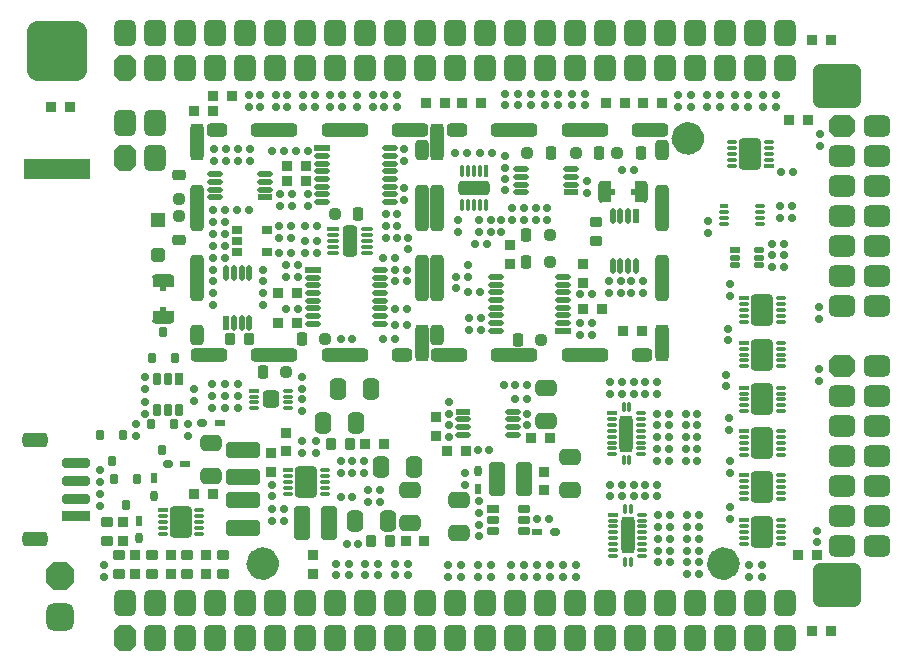
<source format=gbr>
%TF.GenerationSoftware,Altium Limited,Altium Designer,21.1.0 (24)*%
G04 Layer_Color=8388736*
%FSLAX45Y45*%
%MOMM*%
%TF.SameCoordinates,396C0E3A-29EE-4C6C-8395-06145A698007*%
%TF.FilePolarity,Negative*%
%TF.FileFunction,Soldermask,Top*%
%TF.Part,Single*%
G01*
G75*
%TA.AperFunction,NonConductor*%
%ADD117R,5.70000X1.80000*%
%TA.AperFunction,ComponentPad*%
G04:AMPARAMS|DCode=118|XSize=1.83mm|YSize=2.23mm|CornerRadius=0mm|HoleSize=0mm|Usage=FLASHONLY|Rotation=0.000|XOffset=0mm|YOffset=0mm|HoleType=Round|Shape=Octagon|*
%AMOCTAGOND118*
4,1,8,-0.45750,1.11500,0.45750,1.11500,0.91500,0.65750,0.91500,-0.65750,0.45750,-1.11500,-0.45750,-1.11500,-0.91500,-0.65750,-0.91500,0.65750,-0.45750,1.11500,0.0*
%
%ADD118OCTAGOND118*%

G04:AMPARAMS|DCode=119|XSize=1.83mm|YSize=2.23mm|CornerRadius=0.49mm|HoleSize=0mm|Usage=FLASHONLY|Rotation=0.000|XOffset=0mm|YOffset=0mm|HoleType=Round|Shape=RoundedRectangle|*
%AMROUNDEDRECTD119*
21,1,1.83000,1.25001,0,0,0.0*
21,1,0.85000,2.23000,0,0,0.0*
1,1,0.98000,0.42500,-0.62500*
1,1,0.98000,-0.42500,-0.62500*
1,1,0.98000,-0.42500,0.62500*
1,1,0.98000,0.42500,0.62500*
%
%ADD119ROUNDEDRECTD119*%
G04:AMPARAMS|DCode=120|XSize=1.83mm|YSize=2.23mm|CornerRadius=0.49mm|HoleSize=0mm|Usage=FLASHONLY|Rotation=270.000|XOffset=0mm|YOffset=0mm|HoleType=Round|Shape=RoundedRectangle|*
%AMROUNDEDRECTD120*
21,1,1.83000,1.25001,0,0,270.0*
21,1,0.85000,2.23000,0,0,270.0*
1,1,0.98000,-0.62500,-0.42500*
1,1,0.98000,-0.62500,0.42500*
1,1,0.98000,0.62500,0.42500*
1,1,0.98000,0.62500,-0.42500*
%
%ADD120ROUNDEDRECTD120*%
G04:AMPARAMS|DCode=121|XSize=1.83mm|YSize=2.23mm|CornerRadius=0mm|HoleSize=0mm|Usage=FLASHONLY|Rotation=270.000|XOffset=0mm|YOffset=0mm|HoleType=Round|Shape=Octagon|*
%AMOCTAGOND121*
4,1,8,1.11500,0.45750,1.11500,-0.45750,0.65750,-0.91500,-0.65750,-0.91500,-1.11500,-0.45750,-1.11500,0.45750,-0.65750,0.91500,0.65750,0.91500,1.11500,0.45750,0.0*
%
%ADD121OCTAGOND121*%

G04:AMPARAMS|DCode=122|XSize=4.13mm|YSize=3.73mm|CornerRadius=0.605mm|HoleSize=0mm|Usage=FLASHONLY|Rotation=0.000|XOffset=0mm|YOffset=0mm|HoleType=Round|Shape=RoundedRectangle|*
%AMROUNDEDRECTD122*
21,1,4.13000,2.52000,0,0,0.0*
21,1,2.92000,3.73000,0,0,0.0*
1,1,1.21000,1.46000,-1.26000*
1,1,1.21000,-1.46000,-1.26000*
1,1,1.21000,-1.46000,1.26000*
1,1,1.21000,1.46000,1.26000*
%
%ADD122ROUNDEDRECTD122*%
G04:AMPARAMS|DCode=123|XSize=5.13mm|YSize=5.13mm|CornerRadius=1.065mm|HoleSize=0mm|Usage=FLASHONLY|Rotation=0.000|XOffset=0mm|YOffset=0mm|HoleType=Round|Shape=RoundedRectangle|*
%AMROUNDEDRECTD123*
21,1,5.13000,3.00000,0,0,0.0*
21,1,3.00000,5.13000,0,0,0.0*
1,1,2.13000,1.50000,-1.50000*
1,1,2.13000,-1.50000,-1.50000*
1,1,2.13000,-1.50000,1.50000*
1,1,2.13000,1.50000,1.50000*
%
%ADD123ROUNDEDRECTD123*%
G04:AMPARAMS|DCode=124|XSize=2.33mm|YSize=2.33mm|CornerRadius=0mm|HoleSize=0mm|Usage=FLASHONLY|Rotation=270.000|XOffset=0mm|YOffset=0mm|HoleType=Round|Shape=Octagon|*
%AMOCTAGOND124*
4,1,8,-0.58250,-1.16500,0.58250,-1.16500,1.16500,-0.58250,1.16500,0.58250,0.58250,1.16500,-0.58250,1.16500,-1.16500,0.58250,-1.16500,-0.58250,-0.58250,-1.16500,0.0*
%
%ADD124OCTAGOND124*%

G04:AMPARAMS|DCode=125|XSize=2.33mm|YSize=2.33mm|CornerRadius=0.615mm|HoleSize=0mm|Usage=FLASHONLY|Rotation=270.000|XOffset=0mm|YOffset=0mm|HoleType=Round|Shape=RoundedRectangle|*
%AMROUNDEDRECTD125*
21,1,2.33000,1.10000,0,0,270.0*
21,1,1.10000,2.33000,0,0,270.0*
1,1,1.23001,-0.55000,-0.55000*
1,1,1.23001,-0.55000,0.55000*
1,1,1.23001,0.55000,0.55000*
1,1,1.23001,0.55000,-0.55000*
%
%ADD125ROUNDEDRECTD125*%
%TA.AperFunction,NonConductor*%
%ADD167C,2.20000*%
%TA.AperFunction,SMDPad,CuDef*%
G04:AMPARAMS|DCode=168|XSize=3.13mm|YSize=1.13mm|CornerRadius=0.315mm|HoleSize=0mm|Usage=FLASHONLY|Rotation=0.000|XOffset=0mm|YOffset=0mm|HoleType=Round|Shape=RoundedRectangle|*
%AMROUNDEDRECTD168*
21,1,3.13000,0.50000,0,0,0.0*
21,1,2.50000,1.13000,0,0,0.0*
1,1,0.63000,1.25000,-0.25000*
1,1,0.63000,-1.25000,-0.25000*
1,1,0.63000,-1.25000,0.25000*
1,1,0.63000,1.25000,0.25000*
%
%ADD168ROUNDEDRECTD168*%
G04:AMPARAMS|DCode=169|XSize=1.73mm|YSize=1.13mm|CornerRadius=0.315mm|HoleSize=0mm|Usage=FLASHONLY|Rotation=90.000|XOffset=0mm|YOffset=0mm|HoleType=Round|Shape=RoundedRectangle|*
%AMROUNDEDRECTD169*
21,1,1.73000,0.50000,0,0,90.0*
21,1,1.10000,1.13000,0,0,90.0*
1,1,0.63000,0.25000,0.55000*
1,1,0.63000,0.25000,-0.55000*
1,1,0.63000,-0.25000,-0.55000*
1,1,0.63000,-0.25000,0.55000*
%
%ADD169ROUNDEDRECTD169*%
G04:AMPARAMS|DCode=170|XSize=3.93mm|YSize=1.13mm|CornerRadius=0.315mm|HoleSize=0mm|Usage=FLASHONLY|Rotation=270.000|XOffset=0mm|YOffset=0mm|HoleType=Round|Shape=RoundedRectangle|*
%AMROUNDEDRECTD170*
21,1,3.93000,0.50000,0,0,270.0*
21,1,3.30000,1.13000,0,0,270.0*
1,1,0.63000,-0.25000,-1.65000*
1,1,0.63000,-0.25000,1.65000*
1,1,0.63000,0.25000,1.65000*
1,1,0.63000,0.25000,-1.65000*
%
%ADD170ROUNDEDRECTD170*%
G04:AMPARAMS|DCode=171|XSize=3.93mm|YSize=1.13mm|CornerRadius=0.315mm|HoleSize=0mm|Usage=FLASHONLY|Rotation=0.000|XOffset=0mm|YOffset=0mm|HoleType=Round|Shape=RoundedRectangle|*
%AMROUNDEDRECTD171*
21,1,3.93000,0.50000,0,0,0.0*
21,1,3.30000,1.13000,0,0,0.0*
1,1,0.63000,1.65000,-0.25000*
1,1,0.63000,-1.65000,-0.25000*
1,1,0.63000,-1.65000,0.25000*
1,1,0.63000,1.65000,0.25000*
%
%ADD171ROUNDEDRECTD171*%
G04:AMPARAMS|DCode=172|XSize=3.13mm|YSize=1.13mm|CornerRadius=0.315mm|HoleSize=0mm|Usage=FLASHONLY|Rotation=270.000|XOffset=0mm|YOffset=0mm|HoleType=Round|Shape=RoundedRectangle|*
%AMROUNDEDRECTD172*
21,1,3.13000,0.50000,0,0,270.0*
21,1,2.50000,1.13000,0,0,270.0*
1,1,0.63000,-0.25000,-1.25000*
1,1,0.63000,-0.25000,1.25000*
1,1,0.63000,0.25000,1.25000*
1,1,0.63000,0.25000,-1.25000*
%
%ADD172ROUNDEDRECTD172*%
G04:AMPARAMS|DCode=173|XSize=1.73mm|YSize=1.13mm|CornerRadius=0.315mm|HoleSize=0mm|Usage=FLASHONLY|Rotation=0.000|XOffset=0mm|YOffset=0mm|HoleType=Round|Shape=RoundedRectangle|*
%AMROUNDEDRECTD173*
21,1,1.73000,0.50000,0,0,0.0*
21,1,1.10000,1.13000,0,0,0.0*
1,1,0.63000,0.55000,-0.25000*
1,1,0.63000,-0.55000,-0.25000*
1,1,0.63000,-0.55000,0.25000*
1,1,0.63000,0.55000,0.25000*
%
%ADD173ROUNDEDRECTD173*%
%ADD174R,0.54000X1.00000*%
%ADD175O,1.83000X0.43000*%
%ADD176R,1.00000X0.54000*%
%ADD177O,0.43000X1.83000*%
G04:AMPARAMS|DCode=178|XSize=0.68mm|YSize=1.03mm|CornerRadius=0.2025mm|HoleSize=0mm|Usage=FLASHONLY|Rotation=90.000|XOffset=0mm|YOffset=0mm|HoleType=Round|Shape=RoundedRectangle|*
%AMROUNDEDRECTD178*
21,1,0.68000,0.62500,0,0,90.0*
21,1,0.27500,1.03000,0,0,90.0*
1,1,0.40500,0.31250,0.13750*
1,1,0.40500,0.31250,-0.13750*
1,1,0.40500,-0.31250,-0.13750*
1,1,0.40500,-0.31250,0.13750*
%
%ADD178ROUNDEDRECTD178*%
%ADD179R,1.03000X0.68000*%
%ADD180R,1.28000X0.51000*%
G04:AMPARAMS|DCode=181|XSize=0.51mm|YSize=1.28mm|CornerRadius=0.16mm|HoleSize=0mm|Usage=FLASHONLY|Rotation=90.000|XOffset=0mm|YOffset=0mm|HoleType=Round|Shape=RoundedRectangle|*
%AMROUNDEDRECTD181*
21,1,0.51000,0.96000,0,0,90.0*
21,1,0.19000,1.28000,0,0,90.0*
1,1,0.32000,0.48000,0.09500*
1,1,0.32000,0.48000,-0.09500*
1,1,0.32000,-0.48000,-0.09500*
1,1,0.32000,-0.48000,0.09500*
%
%ADD181ROUNDEDRECTD181*%
%ADD182R,1.33000X0.51000*%
G04:AMPARAMS|DCode=183|XSize=0.51mm|YSize=1.33mm|CornerRadius=0.16mm|HoleSize=0mm|Usage=FLASHONLY|Rotation=90.000|XOffset=0mm|YOffset=0mm|HoleType=Round|Shape=RoundedRectangle|*
%AMROUNDEDRECTD183*
21,1,0.51000,1.01000,0,0,90.0*
21,1,0.19000,1.33000,0,0,90.0*
1,1,0.32000,0.50500,0.09500*
1,1,0.32000,0.50500,-0.09500*
1,1,0.32000,-0.50500,-0.09500*
1,1,0.32000,-0.50500,0.09500*
%
%ADD183ROUNDEDRECTD183*%
%ADD184R,0.83000X0.38000*%
G04:AMPARAMS|DCode=185|XSize=0.38mm|YSize=0.83mm|CornerRadius=0.1275mm|HoleSize=0mm|Usage=FLASHONLY|Rotation=90.000|XOffset=0mm|YOffset=0mm|HoleType=Round|Shape=RoundedRectangle|*
%AMROUNDEDRECTD185*
21,1,0.38000,0.57500,0,0,90.0*
21,1,0.12500,0.83000,0,0,90.0*
1,1,0.25500,0.28750,0.06250*
1,1,0.25500,0.28750,-0.06250*
1,1,0.25500,-0.28750,-0.06250*
1,1,0.25500,-0.28750,0.06250*
%
%ADD185ROUNDEDRECTD185*%
G04:AMPARAMS|DCode=186|XSize=1.53mm|YSize=1.43mm|CornerRadius=0.39mm|HoleSize=0mm|Usage=FLASHONLY|Rotation=90.000|XOffset=0mm|YOffset=0mm|HoleType=Round|Shape=RoundedRectangle|*
%AMROUNDEDRECTD186*
21,1,1.53000,0.65000,0,0,90.0*
21,1,0.75000,1.43000,0,0,90.0*
1,1,0.78000,0.32500,0.37500*
1,1,0.78000,0.32500,-0.37500*
1,1,0.78000,-0.32500,-0.37500*
1,1,0.78000,-0.32500,0.37500*
%
%ADD186ROUNDEDRECTD186*%
G04:AMPARAMS|DCode=187|XSize=2.68mm|YSize=1.23mm|CornerRadius=0.34mm|HoleSize=0mm|Usage=FLASHONLY|Rotation=90.000|XOffset=0mm|YOffset=0mm|HoleType=Round|Shape=RoundedRectangle|*
%AMROUNDEDRECTD187*
21,1,2.68000,0.55000,0,0,90.0*
21,1,2.00000,1.23000,0,0,90.0*
1,1,0.68000,0.27500,1.00000*
1,1,0.68000,0.27500,-1.00000*
1,1,0.68000,-0.27500,-1.00000*
1,1,0.68000,-0.27500,1.00000*
%
%ADD187ROUNDEDRECTD187*%
G04:AMPARAMS|DCode=188|XSize=0.38mm|YSize=0.98mm|CornerRadius=0.1275mm|HoleSize=0mm|Usage=FLASHONLY|Rotation=90.000|XOffset=0mm|YOffset=0mm|HoleType=Round|Shape=RoundedRectangle|*
%AMROUNDEDRECTD188*
21,1,0.38000,0.72500,0,0,90.0*
21,1,0.12500,0.98000,0,0,90.0*
1,1,0.25500,0.36250,0.06250*
1,1,0.25500,0.36250,-0.06250*
1,1,0.25500,-0.36250,-0.06250*
1,1,0.25500,-0.36250,0.06250*
%
%ADD188ROUNDEDRECTD188*%
%ADD189R,0.98000X0.38000*%
G04:AMPARAMS|DCode=190|XSize=0.68mm|YSize=1.03mm|CornerRadius=0.2025mm|HoleSize=0mm|Usage=FLASHONLY|Rotation=0.000|XOffset=0mm|YOffset=0mm|HoleType=Round|Shape=RoundedRectangle|*
%AMROUNDEDRECTD190*
21,1,0.68000,0.62500,0,0,0.0*
21,1,0.27500,1.03000,0,0,0.0*
1,1,0.40500,0.13750,-0.31250*
1,1,0.40500,-0.13750,-0.31250*
1,1,0.40500,-0.13750,0.31250*
1,1,0.40500,0.13750,0.31250*
%
%ADD190ROUNDEDRECTD190*%
%ADD191R,0.68000X1.03000*%
%ADD192R,0.93000X0.73000*%
G04:AMPARAMS|DCode=193|XSize=0.73mm|YSize=0.93mm|CornerRadius=0.215mm|HoleSize=0mm|Usage=FLASHONLY|Rotation=90.000|XOffset=0mm|YOffset=0mm|HoleType=Round|Shape=RoundedRectangle|*
%AMROUNDEDRECTD193*
21,1,0.73000,0.50000,0,0,90.0*
21,1,0.30000,0.93000,0,0,90.0*
1,1,0.43000,0.25000,0.15000*
1,1,0.43000,0.25000,-0.15000*
1,1,0.43000,-0.25000,-0.15000*
1,1,0.43000,-0.25000,0.15000*
%
%ADD193ROUNDEDRECTD193*%
%ADD194R,0.51000X1.28000*%
G04:AMPARAMS|DCode=195|XSize=0.51mm|YSize=1.28mm|CornerRadius=0.16mm|HoleSize=0mm|Usage=FLASHONLY|Rotation=180.000|XOffset=0mm|YOffset=0mm|HoleType=Round|Shape=RoundedRectangle|*
%AMROUNDEDRECTD195*
21,1,0.51000,0.96000,0,0,180.0*
21,1,0.19000,1.28000,0,0,180.0*
1,1,0.32000,-0.09500,0.48000*
1,1,0.32000,0.09500,0.48000*
1,1,0.32000,0.09500,-0.48000*
1,1,0.32000,-0.09500,-0.48000*
%
%ADD195ROUNDEDRECTD195*%
G04:AMPARAMS|DCode=196|XSize=2.63mm|YSize=1.83mm|CornerRadius=0.235mm|HoleSize=0mm|Usage=FLASHONLY|Rotation=90.000|XOffset=0mm|YOffset=0mm|HoleType=Round|Shape=RoundedRectangle|*
%AMROUNDEDRECTD196*
21,1,2.63000,1.36000,0,0,90.0*
21,1,2.16000,1.83000,0,0,90.0*
1,1,0.47000,0.68000,1.08000*
1,1,0.47000,0.68000,-1.08000*
1,1,0.47000,-0.68000,-1.08000*
1,1,0.47000,-0.68000,1.08000*
%
%ADD196ROUNDEDRECTD196*%
%ADD197R,0.78000X0.40000*%
G04:AMPARAMS|DCode=198|XSize=0.4mm|YSize=0.78mm|CornerRadius=0.1325mm|HoleSize=0mm|Usage=FLASHONLY|Rotation=90.000|XOffset=0mm|YOffset=0mm|HoleType=Round|Shape=RoundedRectangle|*
%AMROUNDEDRECTD198*
21,1,0.40000,0.51501,0,0,90.0*
21,1,0.13500,0.78000,0,0,90.0*
1,1,0.26500,0.25750,0.06750*
1,1,0.26500,0.25750,-0.06750*
1,1,0.26500,-0.25750,-0.06750*
1,1,0.26500,-0.25750,0.06750*
%
%ADD198ROUNDEDRECTD198*%
%ADD199R,0.83000X0.51000*%
G04:AMPARAMS|DCode=200|XSize=0.51mm|YSize=0.83mm|CornerRadius=0.16mm|HoleSize=0mm|Usage=FLASHONLY|Rotation=90.000|XOffset=0mm|YOffset=0mm|HoleType=Round|Shape=RoundedRectangle|*
%AMROUNDEDRECTD200*
21,1,0.51000,0.51000,0,0,90.0*
21,1,0.19000,0.83000,0,0,90.0*
1,1,0.32000,0.25500,0.09500*
1,1,0.32000,0.25500,-0.09500*
1,1,0.32000,-0.25500,-0.09500*
1,1,0.32000,-0.25500,0.09500*
%
%ADD200ROUNDEDRECTD200*%
G04:AMPARAMS|DCode=201|XSize=0.38mm|YSize=0.83mm|CornerRadius=0.1275mm|HoleSize=0mm|Usage=FLASHONLY|Rotation=0.000|XOffset=0mm|YOffset=0mm|HoleType=Round|Shape=RoundedRectangle|*
%AMROUNDEDRECTD201*
21,1,0.38000,0.57500,0,0,0.0*
21,1,0.12500,0.83000,0,0,0.0*
1,1,0.25500,0.06250,-0.28750*
1,1,0.25500,-0.06250,-0.28750*
1,1,0.25500,-0.06250,0.28750*
1,1,0.25500,0.06250,0.28750*
%
%ADD201ROUNDEDRECTD201*%
G04:AMPARAMS|DCode=202|XSize=1.13mm|YSize=3.13mm|CornerRadius=0.315mm|HoleSize=0mm|Usage=FLASHONLY|Rotation=0.000|XOffset=0mm|YOffset=0mm|HoleType=Round|Shape=RoundedRectangle|*
%AMROUNDEDRECTD202*
21,1,1.13000,2.50000,0,0,0.0*
21,1,0.50000,3.13000,0,0,0.0*
1,1,0.63000,0.25000,-1.25000*
1,1,0.63000,-0.25000,-1.25000*
1,1,0.63000,-0.25000,1.25000*
1,1,0.63000,0.25000,1.25000*
%
%ADD202ROUNDEDRECTD202*%
G04:AMPARAMS|DCode=203|XSize=2.68mm|YSize=1.23mm|CornerRadius=0.34mm|HoleSize=0mm|Usage=FLASHONLY|Rotation=0.000|XOffset=0mm|YOffset=0mm|HoleType=Round|Shape=RoundedRectangle|*
%AMROUNDEDRECTD203*
21,1,2.68000,0.55000,0,0,0.0*
21,1,2.00000,1.23000,0,0,0.0*
1,1,0.68000,1.00000,-0.27500*
1,1,0.68000,-1.00000,-0.27500*
1,1,0.68000,-1.00000,0.27500*
1,1,0.68000,1.00000,0.27500*
%
%ADD203ROUNDEDRECTD203*%
G04:AMPARAMS|DCode=204|XSize=0.38mm|YSize=0.98mm|CornerRadius=0.1275mm|HoleSize=0mm|Usage=FLASHONLY|Rotation=0.000|XOffset=0mm|YOffset=0mm|HoleType=Round|Shape=RoundedRectangle|*
%AMROUNDEDRECTD204*
21,1,0.38000,0.72500,0,0,0.0*
21,1,0.12500,0.98000,0,0,0.0*
1,1,0.25500,0.06250,-0.36250*
1,1,0.25500,-0.06250,-0.36250*
1,1,0.25500,-0.06250,0.36250*
1,1,0.25500,0.06250,0.36250*
%
%ADD204ROUNDEDRECTD204*%
%ADD205R,0.38000X0.98000*%
%ADD206C,1.13000*%
G04:AMPARAMS|DCode=207|XSize=0.93mm|YSize=1.13mm|CornerRadius=0.265mm|HoleSize=0mm|Usage=FLASHONLY|Rotation=180.000|XOffset=0mm|YOffset=0mm|HoleType=Round|Shape=RoundedRectangle|*
%AMROUNDEDRECTD207*
21,1,0.93000,0.60000,0,0,180.0*
21,1,0.40000,1.13000,0,0,180.0*
1,1,0.53000,-0.20000,0.30000*
1,1,0.53000,0.20000,0.30000*
1,1,0.53000,0.20000,-0.30000*
1,1,0.53000,-0.20000,-0.30000*
%
%ADD207ROUNDEDRECTD207*%
G04:AMPARAMS|DCode=208|XSize=0.93mm|YSize=1.13mm|CornerRadius=0.265mm|HoleSize=0mm|Usage=FLASHONLY|Rotation=90.000|XOffset=0mm|YOffset=0mm|HoleType=Round|Shape=RoundedRectangle|*
%AMROUNDEDRECTD208*
21,1,0.93000,0.60000,0,0,90.0*
21,1,0.40000,1.13000,0,0,90.0*
1,1,0.53000,0.30000,0.20000*
1,1,0.53000,0.30000,-0.20000*
1,1,0.53000,-0.30000,-0.20000*
1,1,0.53000,-0.30000,0.20000*
%
%ADD208ROUNDEDRECTD208*%
G04:AMPARAMS|DCode=209|XSize=0.73mm|YSize=0.83mm|CornerRadius=0.215mm|HoleSize=0mm|Usage=FLASHONLY|Rotation=0.000|XOffset=0mm|YOffset=0mm|HoleType=Round|Shape=RoundedRectangle|*
%AMROUNDEDRECTD209*
21,1,0.73000,0.40000,0,0,0.0*
21,1,0.30000,0.83000,0,0,0.0*
1,1,0.43000,0.15000,-0.20000*
1,1,0.43000,-0.15000,-0.20000*
1,1,0.43000,-0.15000,0.20000*
1,1,0.43000,0.15000,0.20000*
%
%ADD209ROUNDEDRECTD209*%
G04:AMPARAMS|DCode=210|XSize=0.63mm|YSize=0.63mm|CornerRadius=0.19mm|HoleSize=0mm|Usage=FLASHONLY|Rotation=90.000|XOffset=0mm|YOffset=0mm|HoleType=Round|Shape=RoundedRectangle|*
%AMROUNDEDRECTD210*
21,1,0.63000,0.25000,0,0,90.0*
21,1,0.25000,0.63000,0,0,90.0*
1,1,0.38000,0.12500,0.12500*
1,1,0.38000,0.12500,-0.12500*
1,1,0.38000,-0.12500,-0.12500*
1,1,0.38000,-0.12500,0.12500*
%
%ADD210ROUNDEDRECTD210*%
G04:AMPARAMS|DCode=211|XSize=0.63mm|YSize=0.63mm|CornerRadius=0.19mm|HoleSize=0mm|Usage=FLASHONLY|Rotation=180.000|XOffset=0mm|YOffset=0mm|HoleType=Round|Shape=RoundedRectangle|*
%AMROUNDEDRECTD211*
21,1,0.63000,0.25000,0,0,180.0*
21,1,0.25000,0.63000,0,0,180.0*
1,1,0.38000,-0.12500,0.12500*
1,1,0.38000,0.12500,0.12500*
1,1,0.38000,0.12500,-0.12500*
1,1,0.38000,-0.12500,-0.12500*
%
%ADD211ROUNDEDRECTD211*%
G04:AMPARAMS|DCode=212|XSize=1.03mm|YSize=0.93mm|CornerRadius=0.265mm|HoleSize=0mm|Usage=FLASHONLY|Rotation=270.000|XOffset=0mm|YOffset=0mm|HoleType=Round|Shape=RoundedRectangle|*
%AMROUNDEDRECTD212*
21,1,1.03000,0.40000,0,0,270.0*
21,1,0.50000,0.93000,0,0,270.0*
1,1,0.53000,-0.20000,-0.25000*
1,1,0.53000,-0.20000,0.25000*
1,1,0.53000,0.20000,0.25000*
1,1,0.53000,0.20000,-0.25000*
%
%ADD212ROUNDEDRECTD212*%
G04:AMPARAMS|DCode=213|XSize=1.03mm|YSize=0.93mm|CornerRadius=0.265mm|HoleSize=0mm|Usage=FLASHONLY|Rotation=0.000|XOffset=0mm|YOffset=0mm|HoleType=Round|Shape=RoundedRectangle|*
%AMROUNDEDRECTD213*
21,1,1.03000,0.40000,0,0,0.0*
21,1,0.50000,0.93000,0,0,0.0*
1,1,0.53000,0.25000,-0.20000*
1,1,0.53000,-0.25000,-0.20000*
1,1,0.53000,-0.25000,0.20000*
1,1,0.53000,0.25000,0.20000*
%
%ADD213ROUNDEDRECTD213*%
%ADD214R,2.33000X0.83000*%
G04:AMPARAMS|DCode=215|XSize=2.33mm|YSize=0.83mm|CornerRadius=0.24mm|HoleSize=0mm|Usage=FLASHONLY|Rotation=180.000|XOffset=0mm|YOffset=0mm|HoleType=Round|Shape=RoundedRectangle|*
%AMROUNDEDRECTD215*
21,1,2.33000,0.35000,0,0,180.0*
21,1,1.85000,0.83000,0,0,180.0*
1,1,0.48000,-0.92500,0.17500*
1,1,0.48000,0.92500,0.17500*
1,1,0.48000,0.92500,-0.17500*
1,1,0.48000,-0.92500,-0.17500*
%
%ADD215ROUNDEDRECTD215*%
G04:AMPARAMS|DCode=216|XSize=2.13mm|YSize=1.23mm|CornerRadius=0.34mm|HoleSize=0mm|Usage=FLASHONLY|Rotation=180.000|XOffset=0mm|YOffset=0mm|HoleType=Round|Shape=RoundedRectangle|*
%AMROUNDEDRECTD216*
21,1,2.13000,0.55000,0,0,180.0*
21,1,1.45000,1.23000,0,0,180.0*
1,1,0.68000,-0.72500,0.27500*
1,1,0.68000,0.72500,0.27500*
1,1,0.68000,0.72500,-0.27500*
1,1,0.68000,-0.72500,-0.27500*
%
%ADD216ROUNDEDRECTD216*%
G04:AMPARAMS|DCode=217|XSize=2.93mm|YSize=1.43mm|CornerRadius=0.39mm|HoleSize=0mm|Usage=FLASHONLY|Rotation=90.000|XOffset=0mm|YOffset=0mm|HoleType=Round|Shape=RoundedRectangle|*
%AMROUNDEDRECTD217*
21,1,2.93000,0.65000,0,0,90.0*
21,1,2.15000,1.43000,0,0,90.0*
1,1,0.78000,0.32500,1.07500*
1,1,0.78000,0.32500,-1.07500*
1,1,0.78000,-0.32500,-1.07500*
1,1,0.78000,-0.32500,1.07500*
%
%ADD217ROUNDEDRECTD217*%
G04:AMPARAMS|DCode=218|XSize=2.93mm|YSize=1.43mm|CornerRadius=0.39mm|HoleSize=0mm|Usage=FLASHONLY|Rotation=0.000|XOffset=0mm|YOffset=0mm|HoleType=Round|Shape=RoundedRectangle|*
%AMROUNDEDRECTD218*
21,1,2.93000,0.65000,0,0,0.0*
21,1,2.15000,1.43000,0,0,0.0*
1,1,0.78000,1.07500,-0.32500*
1,1,0.78000,-1.07500,-0.32500*
1,1,0.78000,-1.07500,0.32500*
1,1,0.78000,1.07500,0.32500*
%
%ADD218ROUNDEDRECTD218*%
G04:AMPARAMS|DCode=219|XSize=0.63mm|YSize=0.83mm|CornerRadius=0.19mm|HoleSize=0mm|Usage=FLASHONLY|Rotation=270.000|XOffset=0mm|YOffset=0mm|HoleType=Round|Shape=RoundedRectangle|*
%AMROUNDEDRECTD219*
21,1,0.63000,0.45000,0,0,270.0*
21,1,0.25000,0.83000,0,0,270.0*
1,1,0.38000,-0.22500,-0.12500*
1,1,0.38000,-0.22500,0.12500*
1,1,0.38000,0.22500,0.12500*
1,1,0.38000,0.22500,-0.12500*
%
%ADD219ROUNDEDRECTD219*%
%ADD220R,0.83000X0.63000*%
G04:AMPARAMS|DCode=221|XSize=0.63mm|YSize=0.83mm|CornerRadius=0.19mm|HoleSize=0mm|Usage=FLASHONLY|Rotation=0.000|XOffset=0mm|YOffset=0mm|HoleType=Round|Shape=RoundedRectangle|*
%AMROUNDEDRECTD221*
21,1,0.63000,0.45000,0,0,0.0*
21,1,0.25000,0.83000,0,0,0.0*
1,1,0.38000,0.12500,-0.22500*
1,1,0.38000,-0.12500,-0.22500*
1,1,0.38000,-0.12500,0.22500*
1,1,0.38000,0.12500,0.22500*
%
%ADD221ROUNDEDRECTD221*%
%ADD222R,0.63000X0.83000*%
%ADD223R,0.93000X0.93000*%
G04:AMPARAMS|DCode=224|XSize=0.93mm|YSize=0.93mm|CornerRadius=0.265mm|HoleSize=0mm|Usage=FLASHONLY|Rotation=90.000|XOffset=0mm|YOffset=0mm|HoleType=Round|Shape=RoundedRectangle|*
%AMROUNDEDRECTD224*
21,1,0.93000,0.40000,0,0,90.0*
21,1,0.40000,0.93000,0,0,90.0*
1,1,0.53000,0.20000,0.20000*
1,1,0.53000,0.20000,-0.20000*
1,1,0.53000,-0.20000,-0.20000*
1,1,0.53000,-0.20000,0.20000*
%
%ADD224ROUNDEDRECTD224*%
%ADD225R,1.23000X1.23000*%
G04:AMPARAMS|DCode=226|XSize=1.23mm|YSize=1.23mm|CornerRadius=0.34mm|HoleSize=0mm|Usage=FLASHONLY|Rotation=0.000|XOffset=0mm|YOffset=0mm|HoleType=Round|Shape=RoundedRectangle|*
%AMROUNDEDRECTD226*
21,1,1.23000,0.55000,0,0,0.0*
21,1,0.55000,1.23000,0,0,0.0*
1,1,0.68000,0.27500,-0.27500*
1,1,0.68000,-0.27500,-0.27500*
1,1,0.68000,-0.27500,0.27500*
1,1,0.68000,0.27500,0.27500*
%
%ADD226ROUNDEDRECTD226*%
G04:AMPARAMS|DCode=227|XSize=1.78mm|YSize=1.38mm|CornerRadius=0.3775mm|HoleSize=0mm|Usage=FLASHONLY|Rotation=0.000|XOffset=0mm|YOffset=0mm|HoleType=Round|Shape=RoundedRectangle|*
%AMROUNDEDRECTD227*
21,1,1.78000,0.62500,0,0,0.0*
21,1,1.02500,1.38000,0,0,0.0*
1,1,0.75500,0.51250,-0.31250*
1,1,0.75500,-0.51250,-0.31250*
1,1,0.75500,-0.51250,0.31250*
1,1,0.75500,0.51250,0.31250*
%
%ADD227ROUNDEDRECTD227*%
G04:AMPARAMS|DCode=228|XSize=0.93mm|YSize=0.93mm|CornerRadius=0.265mm|HoleSize=0mm|Usage=FLASHONLY|Rotation=0.000|XOffset=0mm|YOffset=0mm|HoleType=Round|Shape=RoundedRectangle|*
%AMROUNDEDRECTD228*
21,1,0.93000,0.40000,0,0,0.0*
21,1,0.40000,0.93000,0,0,0.0*
1,1,0.53000,0.20000,-0.20000*
1,1,0.53000,-0.20000,-0.20000*
1,1,0.53000,-0.20000,0.20000*
1,1,0.53000,0.20000,0.20000*
%
%ADD228ROUNDEDRECTD228*%
G04:AMPARAMS|DCode=229|XSize=1.78mm|YSize=1.38mm|CornerRadius=0.3775mm|HoleSize=0mm|Usage=FLASHONLY|Rotation=270.000|XOffset=0mm|YOffset=0mm|HoleType=Round|Shape=RoundedRectangle|*
%AMROUNDEDRECTD229*
21,1,1.78000,0.62500,0,0,270.0*
21,1,1.02500,1.38000,0,0,270.0*
1,1,0.75500,-0.31250,-0.51250*
1,1,0.75500,-0.31250,0.51250*
1,1,0.75500,0.31250,0.51250*
1,1,0.75500,0.31250,-0.51250*
%
%ADD229ROUNDEDRECTD229*%
G36*
X2446020Y2936440D02*
X2447015Y2936201D01*
X2447960Y2935809D01*
X2448833Y2935275D01*
X2449611Y2934610D01*
X2450275Y2933832D01*
X2450810Y2932960D01*
X2451201Y2932015D01*
X2451440Y2931020D01*
X2451520Y2930000D01*
Y2855000D01*
X2451440Y2853980D01*
X2451201Y2852985D01*
X2450810Y2852040D01*
X2450275Y2851168D01*
X2449611Y2850390D01*
X2448833Y2849725D01*
X2447960Y2849191D01*
X2447015Y2848799D01*
X2446020Y2848560D01*
X2445000Y2848480D01*
X2275000D01*
X2273980Y2848560D01*
X2272985Y2848799D01*
X2272040Y2849191D01*
X2271168Y2849725D01*
X2270390Y2850390D01*
X2269725Y2851168D01*
X2269191Y2852040D01*
X2268799Y2852985D01*
X2268560Y2853980D01*
X2268480Y2855000D01*
Y2930000D01*
X2268560Y2931020D01*
X2268799Y2932015D01*
X2269191Y2932960D01*
X2269725Y2933832D01*
X2270390Y2934610D01*
X2271168Y2935275D01*
X2272040Y2935809D01*
X2272985Y2936201D01*
X2273980Y2936440D01*
X2275000Y2936520D01*
X2332511D01*
X2333531Y2936440D01*
X2334526Y2936201D01*
X2335471Y2935809D01*
X2336344Y2935275D01*
X2337122Y2934610D01*
X2337786Y2933832D01*
X2338321Y2932960D01*
X2338712Y2932015D01*
X2338951Y2931020D01*
X2339031Y2930000D01*
Y2876507D01*
X2381026D01*
Y2930000D01*
X2381106Y2931020D01*
X2381345Y2932015D01*
X2381736Y2932960D01*
X2382271Y2933832D01*
X2382936Y2934610D01*
X2383714Y2935275D01*
X2384586Y2935809D01*
X2385531Y2936201D01*
X2386526Y2936440D01*
X2387546Y2936520D01*
X2445000D01*
X2446020Y2936440D01*
D02*
G37*
G36*
Y3231440D02*
X2447015Y3231201D01*
X2447960Y3230809D01*
X2448833Y3230275D01*
X2449611Y3229610D01*
X2450275Y3228832D01*
X2450810Y3227960D01*
X2451201Y3227015D01*
X2451440Y3226020D01*
X2451520Y3225000D01*
Y3150000D01*
X2451440Y3148980D01*
X2451201Y3147985D01*
X2450810Y3147040D01*
X2450275Y3146168D01*
X2449611Y3145390D01*
X2448833Y3144725D01*
X2447960Y3144191D01*
X2447015Y3143799D01*
X2446020Y3143560D01*
X2445000Y3143480D01*
X2387505Y3143480D01*
X2386485Y3143561D01*
X2385490Y3143799D01*
X2384545Y3144191D01*
X2383673Y3144726D01*
X2382895Y3145390D01*
X2382230Y3146168D01*
X2381696Y3147040D01*
X2381304Y3147986D01*
X2381065Y3148980D01*
X2380985Y3150001D01*
X2380985Y3203485D01*
X2339023Y3203485D01*
X2339023Y3150000D01*
X2338943Y3148980D01*
X2338704Y3147986D01*
X2338312Y3147040D01*
X2337778Y3146168D01*
X2337113Y3145390D01*
X2336335Y3144725D01*
X2335463Y3144191D01*
X2334518Y3143799D01*
X2333523Y3143560D01*
X2332503Y3143480D01*
X2275000Y3143480D01*
X2273980Y3143560D01*
X2272985Y3143799D01*
X2272040Y3144191D01*
X2271168Y3144725D01*
X2270390Y3145390D01*
X2269725Y3146168D01*
X2269191Y3147040D01*
X2268799Y3147985D01*
X2268560Y3148980D01*
X2268480Y3150000D01*
Y3225000D01*
X2268560Y3226020D01*
X2268799Y3227015D01*
X2269191Y3227960D01*
X2269725Y3228832D01*
X2270390Y3229610D01*
X2271168Y3230275D01*
X2272040Y3230809D01*
X2272985Y3231201D01*
X2273980Y3231440D01*
X2275000Y3231520D01*
X2445000D01*
X2446020Y3231440D01*
D02*
G37*
G36*
X6141020Y4041440D02*
X6142015Y4041201D01*
X6142960Y4040810D01*
X6143832Y4040275D01*
X6144610Y4039610D01*
X6145275Y4038832D01*
X6145809Y4037960D01*
X6146201Y4037015D01*
X6146440Y4036020D01*
X6146520Y4035000D01*
X6146520Y3977505D01*
X6146439Y3976485D01*
X6146201Y3975490D01*
X6145809Y3974545D01*
X6145274Y3973673D01*
X6144610Y3972895D01*
X6143832Y3972230D01*
X6142960Y3971695D01*
X6142014Y3971304D01*
X6141019Y3971065D01*
X6139999Y3970985D01*
X6086515Y3970984D01*
X6086515Y3929023D01*
X6140000Y3929023D01*
X6141020Y3928943D01*
X6142014Y3928704D01*
X6142960Y3928312D01*
X6143832Y3927778D01*
X6144610Y3927113D01*
X6145274Y3926335D01*
X6145809Y3925463D01*
X6146201Y3924517D01*
X6146440Y3923523D01*
X6146520Y3922503D01*
X6146520Y3865000D01*
X6146440Y3863980D01*
X6146201Y3862985D01*
X6145809Y3862040D01*
X6145275Y3861168D01*
X6144610Y3860390D01*
X6143832Y3859725D01*
X6142960Y3859190D01*
X6142015Y3858799D01*
X6141020Y3858560D01*
X6140000Y3858480D01*
X6065000D01*
X6063980Y3858560D01*
X6062985Y3858799D01*
X6062040Y3859190D01*
X6061168Y3859725D01*
X6060390Y3860390D01*
X6059725Y3861168D01*
X6059191Y3862040D01*
X6058799Y3862985D01*
X6058560Y3863980D01*
X6058480Y3865000D01*
Y4035000D01*
X6058560Y4036020D01*
X6058799Y4037015D01*
X6059191Y4037960D01*
X6059725Y4038832D01*
X6060390Y4039610D01*
X6061168Y4040275D01*
X6062040Y4040810D01*
X6062985Y4041201D01*
X6063980Y4041440D01*
X6065000Y4041520D01*
X6140000D01*
X6141020Y4041440D01*
D02*
G37*
G36*
X6436020D02*
X6437015Y4041201D01*
X6437960Y4040810D01*
X6438832Y4040275D01*
X6439610Y4039610D01*
X6440275Y4038832D01*
X6440809Y4037960D01*
X6441201Y4037015D01*
X6441440Y4036020D01*
X6441520Y4035000D01*
Y3865000D01*
X6441440Y3863980D01*
X6441201Y3862985D01*
X6440809Y3862040D01*
X6440275Y3861168D01*
X6439610Y3860390D01*
X6438832Y3859725D01*
X6437960Y3859190D01*
X6437015Y3858799D01*
X6436020Y3858560D01*
X6435000Y3858480D01*
X6360000D01*
X6358980Y3858560D01*
X6357985Y3858799D01*
X6357040Y3859190D01*
X6356168Y3859725D01*
X6355390Y3860390D01*
X6354725Y3861168D01*
X6354190Y3862040D01*
X6353799Y3862985D01*
X6353560Y3863980D01*
X6353480Y3865000D01*
Y3922511D01*
X6353560Y3923531D01*
X6353799Y3924526D01*
X6354190Y3925471D01*
X6354725Y3926343D01*
X6355390Y3927121D01*
X6356168Y3927786D01*
X6357040Y3928321D01*
X6357985Y3928712D01*
X6358980Y3928951D01*
X6360000Y3929031D01*
X6413493D01*
Y3971026D01*
X6360000D01*
X6358980Y3971106D01*
X6357985Y3971345D01*
X6357040Y3971736D01*
X6356168Y3972271D01*
X6355390Y3972935D01*
X6354725Y3973713D01*
X6354190Y3974586D01*
X6353799Y3975531D01*
X6353560Y3976526D01*
X6353480Y3977546D01*
Y4035000D01*
X6353560Y4036020D01*
X6353799Y4037015D01*
X6354190Y4037960D01*
X6354725Y4038832D01*
X6355390Y4039610D01*
X6356168Y4040275D01*
X6357040Y4040810D01*
X6357985Y4041201D01*
X6358980Y4041440D01*
X6360000Y4041520D01*
X6435000D01*
X6436020Y4041440D01*
D02*
G37*
D117*
X1455000Y4140000D02*
D03*
D118*
X2032000Y170500D02*
D03*
Y4996500D02*
D03*
Y4238400D02*
D03*
D119*
X2286000Y170500D02*
D03*
X2540000D02*
D03*
X2794000D02*
D03*
X3048000D02*
D03*
X3302000D02*
D03*
X3556000D02*
D03*
X3810000D02*
D03*
X4064000D02*
D03*
X4318000D02*
D03*
X4572000D02*
D03*
X4826000D02*
D03*
X5080000D02*
D03*
X5334000D02*
D03*
X5588000D02*
D03*
X5842000D02*
D03*
X6096000D02*
D03*
X6350000D02*
D03*
X6604000D02*
D03*
X6858000D02*
D03*
X7112000D02*
D03*
X7366000D02*
D03*
X7620000D02*
D03*
X2032000Y464500D02*
D03*
X2286000D02*
D03*
X2540000D02*
D03*
X2794000D02*
D03*
X3048000D02*
D03*
X3302000D02*
D03*
X3556000D02*
D03*
X3810000D02*
D03*
X4064000D02*
D03*
X4318000D02*
D03*
X4572000D02*
D03*
X4826000D02*
D03*
X5080000D02*
D03*
X5334000D02*
D03*
X5588000D02*
D03*
X5842000D02*
D03*
X6096000D02*
D03*
X6350000D02*
D03*
X6604000D02*
D03*
X6858000D02*
D03*
X7112000D02*
D03*
X7366000D02*
D03*
X7620000D02*
D03*
X2286000Y4996500D02*
D03*
X2540000D02*
D03*
X2794000D02*
D03*
X3048000D02*
D03*
X3302000D02*
D03*
X3556000D02*
D03*
X3810000D02*
D03*
X4064000D02*
D03*
X4318000D02*
D03*
X4572000D02*
D03*
X4826000D02*
D03*
X5080000D02*
D03*
X5334000D02*
D03*
X5588000D02*
D03*
X5842000D02*
D03*
X6096000D02*
D03*
X6350000D02*
D03*
X6604000D02*
D03*
X6858000D02*
D03*
X7112000D02*
D03*
X7366000D02*
D03*
X7620000D02*
D03*
X2032000Y5290500D02*
D03*
X2286000D02*
D03*
X2540000D02*
D03*
X2794000D02*
D03*
X3048000D02*
D03*
X3302000D02*
D03*
X3556000D02*
D03*
X3810000D02*
D03*
X4064000D02*
D03*
X4318000D02*
D03*
X4572000D02*
D03*
X4826000D02*
D03*
X5080000D02*
D03*
X5334000D02*
D03*
X5588000D02*
D03*
X5842000D02*
D03*
X6096000D02*
D03*
X6350000D02*
D03*
X6604000D02*
D03*
X6858000D02*
D03*
X7112000D02*
D03*
X7366000D02*
D03*
X7620000D02*
D03*
X2286000Y4238400D02*
D03*
Y4532400D02*
D03*
X2032000D02*
D03*
D120*
X8402000Y952800D02*
D03*
Y1206800D02*
D03*
Y1460800D02*
D03*
Y1714800D02*
D03*
Y1968800D02*
D03*
Y2222800D02*
D03*
Y2476800D02*
D03*
X8108000Y952800D02*
D03*
Y1206800D02*
D03*
Y1460800D02*
D03*
Y1714800D02*
D03*
Y1968800D02*
D03*
Y2222800D02*
D03*
Y4254800D02*
D03*
Y4000800D02*
D03*
Y3746800D02*
D03*
Y3492800D02*
D03*
Y3238800D02*
D03*
Y2984800D02*
D03*
X8402000Y4508800D02*
D03*
Y4254800D02*
D03*
Y4000800D02*
D03*
Y3746800D02*
D03*
Y3492800D02*
D03*
Y3238800D02*
D03*
Y2984800D02*
D03*
D121*
X8108000Y2476800D02*
D03*
Y4508800D02*
D03*
D122*
X8064500Y615000D02*
D03*
Y4846000D02*
D03*
D123*
X1460500Y5143500D02*
D03*
D124*
X1480000Y695000D02*
D03*
D125*
Y345000D02*
D03*
D167*
X6830000Y4400000D02*
G03*
X6830000Y4400000I-30000J0D01*
G01*
X3230000Y800000D02*
G03*
X3230000Y800000I-30000J0D01*
G01*
X7130000D02*
G03*
X7130000Y800000I-30000J0D01*
G01*
D168*
X6480000Y4470000D02*
D03*
X4775000Y2565000D02*
D03*
X2745000D02*
D03*
X4450000Y4470000D02*
D03*
D169*
X6580000Y4300000D02*
D03*
X4675000Y2735000D02*
D03*
X2645000D02*
D03*
X4550000Y4300000D02*
D03*
D170*
X6580000Y3815000D02*
D03*
Y3220000D02*
D03*
X4675000Y3815000D02*
D03*
Y3220000D02*
D03*
X4550000Y3815000D02*
D03*
Y3220000D02*
D03*
X2645000D02*
D03*
Y3815000D02*
D03*
D171*
X5925000Y4470000D02*
D03*
Y2565000D02*
D03*
X5330000Y4470000D02*
D03*
Y2565000D02*
D03*
X3895000D02*
D03*
X3300000D02*
D03*
Y4470000D02*
D03*
X3895000D02*
D03*
D172*
X6580000Y2665000D02*
D03*
X4675000Y4370000D02*
D03*
X4550000Y2665000D02*
D03*
X2645000Y4370000D02*
D03*
D173*
X6410000Y2565000D02*
D03*
X4845000Y4470000D02*
D03*
X4380000Y2565000D02*
D03*
X2815000Y4470000D02*
D03*
D174*
X2360000Y2920000D02*
D03*
Y3160000D02*
D03*
D175*
Y2855000D02*
D03*
Y3225000D02*
D03*
D176*
X6370000Y3950000D02*
D03*
X6130000D02*
D03*
D177*
X6435000D02*
D03*
X6065000D02*
D03*
D178*
X5410000Y1265000D02*
D03*
Y1170000D02*
D03*
Y1075000D02*
D03*
X5150000D02*
D03*
Y1170000D02*
D03*
D179*
Y1265000D02*
D03*
D180*
X4897500Y2087500D02*
D03*
X3222500Y3902500D02*
D03*
X5812500Y3942500D02*
D03*
D181*
X4897500Y2022500D02*
D03*
Y1957500D02*
D03*
Y1892500D02*
D03*
X5322500Y2087500D02*
D03*
Y2022500D02*
D03*
Y1957500D02*
D03*
Y1892500D02*
D03*
X3222500Y3967500D02*
D03*
Y4032500D02*
D03*
Y4097500D02*
D03*
X2797500Y3902500D02*
D03*
Y3967500D02*
D03*
Y4032500D02*
D03*
Y4097500D02*
D03*
X5812500Y4007500D02*
D03*
Y4072500D02*
D03*
Y4137500D02*
D03*
X5387500Y3942500D02*
D03*
Y4007500D02*
D03*
Y4072500D02*
D03*
Y4137500D02*
D03*
D182*
X3705000Y4317500D02*
D03*
X3625000Y3287500D02*
D03*
X5745000Y2772500D02*
D03*
D183*
X3705000Y4252500D02*
D03*
Y4187500D02*
D03*
Y4122500D02*
D03*
Y4057500D02*
D03*
Y3992500D02*
D03*
Y3927500D02*
D03*
Y3862500D02*
D03*
X4275000Y4317500D02*
D03*
Y4252500D02*
D03*
Y4187500D02*
D03*
Y4122500D02*
D03*
Y4057500D02*
D03*
Y3992500D02*
D03*
Y3927500D02*
D03*
Y3862500D02*
D03*
X3625000Y3222500D02*
D03*
Y3157500D02*
D03*
Y3092500D02*
D03*
Y3027500D02*
D03*
Y2962500D02*
D03*
Y2897500D02*
D03*
Y2832500D02*
D03*
X4195000Y3287500D02*
D03*
Y3222500D02*
D03*
Y3157500D02*
D03*
Y3092500D02*
D03*
Y3027500D02*
D03*
Y2962500D02*
D03*
Y2897500D02*
D03*
Y2832500D02*
D03*
X5745000Y2837500D02*
D03*
Y2902500D02*
D03*
Y2967500D02*
D03*
Y3032500D02*
D03*
Y3097500D02*
D03*
Y3162500D02*
D03*
Y3227500D02*
D03*
X5175000Y2772500D02*
D03*
Y2837500D02*
D03*
Y2902500D02*
D03*
Y2967500D02*
D03*
Y3032500D02*
D03*
Y3097500D02*
D03*
Y3162500D02*
D03*
Y3227500D02*
D03*
D184*
X3124999Y2265000D02*
D03*
X2355000Y1250000D02*
D03*
X3415000Y1590000D02*
D03*
X7275000Y3050000D02*
D03*
Y1170000D02*
D03*
Y1920000D02*
D03*
Y1550000D02*
D03*
X6165000Y1215000D02*
D03*
X7275000Y2290000D02*
D03*
X7485000Y4170000D02*
D03*
X7275000Y2670000D02*
D03*
X6154999Y2075000D02*
D03*
D185*
X3124999Y2215000D02*
D03*
Y2165000D02*
D03*
Y2115000D02*
D03*
X3414999Y2265000D02*
D03*
Y2215000D02*
D03*
Y2165000D02*
D03*
Y2115000D02*
D03*
X2665000Y1050000D02*
D03*
Y1100000D02*
D03*
Y1150000D02*
D03*
Y1200000D02*
D03*
Y1250000D02*
D03*
X2355000Y1050000D02*
D03*
Y1100000D02*
D03*
Y1150000D02*
D03*
Y1200000D02*
D03*
X3725000Y1390000D02*
D03*
Y1440000D02*
D03*
Y1490000D02*
D03*
Y1540000D02*
D03*
Y1590000D02*
D03*
X3415000Y1390000D02*
D03*
Y1440000D02*
D03*
Y1490000D02*
D03*
Y1540000D02*
D03*
X7585000Y2850000D02*
D03*
Y2900000D02*
D03*
Y2950000D02*
D03*
Y3000000D02*
D03*
Y3050000D02*
D03*
X7275000Y2850000D02*
D03*
Y2900000D02*
D03*
Y2950000D02*
D03*
Y3000000D02*
D03*
X7585000Y970000D02*
D03*
Y1020000D02*
D03*
Y1070000D02*
D03*
Y1120000D02*
D03*
Y1170000D02*
D03*
X7275000Y970000D02*
D03*
Y1020000D02*
D03*
Y1070000D02*
D03*
Y1120000D02*
D03*
X7585000Y1720000D02*
D03*
Y1770000D02*
D03*
Y1820000D02*
D03*
Y1870000D02*
D03*
Y1920000D02*
D03*
X7275000Y1720000D02*
D03*
Y1770000D02*
D03*
Y1820000D02*
D03*
Y1870000D02*
D03*
X7585000Y1350000D02*
D03*
Y1400000D02*
D03*
Y1450000D02*
D03*
Y1500000D02*
D03*
Y1550000D02*
D03*
X7275000Y1350000D02*
D03*
Y1400000D02*
D03*
Y1450000D02*
D03*
Y1500000D02*
D03*
X6165000Y1165000D02*
D03*
Y1115000D02*
D03*
Y1065000D02*
D03*
Y1015000D02*
D03*
Y965000D02*
D03*
Y915000D02*
D03*
Y865000D02*
D03*
X6415000Y865000D02*
D03*
Y915000D02*
D03*
Y965000D02*
D03*
Y1015000D02*
D03*
Y1065000D02*
D03*
Y1115000D02*
D03*
Y1165000D02*
D03*
Y1215000D02*
D03*
X7585000Y2090000D02*
D03*
Y2140000D02*
D03*
Y2190000D02*
D03*
Y2240000D02*
D03*
Y2290000D02*
D03*
X7275000Y2090000D02*
D03*
Y2140000D02*
D03*
Y2190000D02*
D03*
Y2240000D02*
D03*
X7175000Y4370000D02*
D03*
Y4320000D02*
D03*
Y4270000D02*
D03*
Y4220000D02*
D03*
Y4170000D02*
D03*
X7485000Y4370000D02*
D03*
Y4320000D02*
D03*
Y4270000D02*
D03*
Y4220000D02*
D03*
X7585000Y2470000D02*
D03*
Y2520000D02*
D03*
Y2570000D02*
D03*
Y2620000D02*
D03*
Y2670000D02*
D03*
X7275000Y2470000D02*
D03*
Y2520000D02*
D03*
Y2570000D02*
D03*
Y2620000D02*
D03*
X6154999Y2025000D02*
D03*
Y1975000D02*
D03*
Y1925000D02*
D03*
Y1875000D02*
D03*
Y1825000D02*
D03*
Y1775000D02*
D03*
Y1725000D02*
D03*
X6405000Y1725000D02*
D03*
Y1775000D02*
D03*
Y1825000D02*
D03*
Y1875000D02*
D03*
Y1925000D02*
D03*
Y1975000D02*
D03*
Y2025000D02*
D03*
Y2075000D02*
D03*
D186*
X3269999Y2190000D02*
D03*
D187*
X3940000Y3530000D02*
D03*
D188*
X4085000Y3430000D02*
D03*
Y3480000D02*
D03*
Y3530000D02*
D03*
Y3580000D02*
D03*
Y3630000D02*
D03*
X3795000Y3430000D02*
D03*
Y3480000D02*
D03*
Y3530000D02*
D03*
Y3580000D02*
D03*
D189*
Y3630000D02*
D03*
D190*
X2495000Y2100000D02*
D03*
X2400000D02*
D03*
X2305000D02*
D03*
Y2360000D02*
D03*
X2400000D02*
D03*
D191*
X2495000D02*
D03*
D192*
X2982500Y3625000D02*
D03*
D193*
Y3530000D02*
D03*
Y3435000D02*
D03*
X3237500D02*
D03*
Y3625000D02*
D03*
D194*
X2892500Y2837500D02*
D03*
X6357500Y3742500D02*
D03*
D195*
X2957500Y2837500D02*
D03*
X3022500D02*
D03*
X3087500D02*
D03*
X2892500Y3262500D02*
D03*
X2957500D02*
D03*
X3022500D02*
D03*
X3087500D02*
D03*
X6292500Y3742500D02*
D03*
X6227500D02*
D03*
X6162500D02*
D03*
X6357500Y3317500D02*
D03*
X6292500D02*
D03*
X6227500D02*
D03*
X6162500D02*
D03*
D196*
X2510000Y1150000D02*
D03*
X3570000Y1490000D02*
D03*
X7430000Y2950000D02*
D03*
Y1070000D02*
D03*
Y1820000D02*
D03*
Y1450000D02*
D03*
Y2190000D02*
D03*
X7330000Y4270000D02*
D03*
X7430000Y2570000D02*
D03*
D197*
X7110000Y3825000D02*
D03*
D198*
Y3775000D02*
D03*
Y3725000D02*
D03*
Y3675000D02*
D03*
X7410000Y3825000D02*
D03*
Y3775000D02*
D03*
Y3725000D02*
D03*
Y3675000D02*
D03*
D199*
X7200000Y3455000D02*
D03*
D200*
Y3390000D02*
D03*
Y3325000D02*
D03*
X7400000D02*
D03*
Y3390000D02*
D03*
Y3455000D02*
D03*
D201*
X6265000Y814999D02*
D03*
X6315000D02*
D03*
X6315000Y1265000D02*
D03*
X6265000D02*
D03*
X6255000Y1674999D02*
D03*
X6305000D02*
D03*
X6304999Y2125000D02*
D03*
X6254999D02*
D03*
D202*
X6290000Y1040000D02*
D03*
X6280000Y1900000D02*
D03*
D203*
X4990000Y3980000D02*
D03*
D204*
X4890000Y3835000D02*
D03*
X4940000D02*
D03*
X4990000D02*
D03*
X5040000D02*
D03*
X5090000D02*
D03*
X4890000Y4125000D02*
D03*
X4940000D02*
D03*
X4990000D02*
D03*
X5040000D02*
D03*
D205*
X5090000D02*
D03*
D206*
X5560000Y2690000D02*
D03*
X3400000Y2420000D02*
D03*
X3810000Y3760000D02*
D03*
X2490000Y3890000D02*
D03*
Y3740000D02*
D03*
X3730000Y2700000D02*
D03*
X5630000Y3350000D02*
D03*
X6200000Y4280000D02*
D03*
X5850000D02*
D03*
X5630000Y3580000D02*
D03*
X5440000Y4280000D02*
D03*
D207*
X5360000Y2690000D02*
D03*
X3200000Y2420000D02*
D03*
X4010000Y3760000D02*
D03*
X3530000Y2700000D02*
D03*
X5430000Y3350000D02*
D03*
X6400000Y4280000D02*
D03*
X6050000D02*
D03*
X5430000Y3580000D02*
D03*
X5640000Y4280000D02*
D03*
D208*
X2490000Y4090000D02*
D03*
Y3540000D02*
D03*
D209*
X2040000Y1300000D02*
D03*
X1945000Y1520000D02*
D03*
X2135000D02*
D03*
X2350000Y1760000D02*
D03*
X2255000Y1980000D02*
D03*
X2445000D02*
D03*
X1920000Y1670000D02*
D03*
X1825000Y1890000D02*
D03*
X2015000D02*
D03*
X2360000Y2760000D02*
D03*
X2455000Y2540000D02*
D03*
X2265000D02*
D03*
D210*
X5020000Y1760000D02*
D03*
X5120000D02*
D03*
X6780000Y1670000D02*
D03*
X6880000D02*
D03*
X6540000D02*
D03*
X6640000D02*
D03*
X5040000Y4280000D02*
D03*
X5140000D02*
D03*
X3960000Y1670000D02*
D03*
X3860000D02*
D03*
X3860000Y1570000D02*
D03*
X3960000D02*
D03*
X7580000Y3730000D02*
D03*
X7680000D02*
D03*
X6790000Y1210000D02*
D03*
X6890000D02*
D03*
X6550000D02*
D03*
X6650000D02*
D03*
X6790000Y810000D02*
D03*
X6890000D02*
D03*
X6550000D02*
D03*
X6650000D02*
D03*
X6790000Y910000D02*
D03*
X6890000D02*
D03*
X6550000D02*
D03*
X6650000D02*
D03*
X6790000Y1010000D02*
D03*
X6890000D02*
D03*
X6550000D02*
D03*
X6650000D02*
D03*
X6790000Y1110000D02*
D03*
X6890000D02*
D03*
X6550000D02*
D03*
X6650000D02*
D03*
X6780000Y1770000D02*
D03*
X6880000D02*
D03*
X6540000D02*
D03*
X6640000D02*
D03*
X6780000Y1870000D02*
D03*
X6880000D02*
D03*
X6540000D02*
D03*
X6640000D02*
D03*
X6780000Y1970000D02*
D03*
X6880000D02*
D03*
X6540000D02*
D03*
X6640000D02*
D03*
X6780000Y2070000D02*
D03*
X6880000D02*
D03*
X6540000D02*
D03*
X6640000D02*
D03*
X5440000Y2310000D02*
D03*
X5340000D02*
D03*
X5240000D02*
D03*
X3660000Y3660000D02*
D03*
X3560000D02*
D03*
X3090000Y4310000D02*
D03*
X2990000D02*
D03*
X3660000Y3430000D02*
D03*
X3560000D02*
D03*
X4220000Y3390000D02*
D03*
X4320000D02*
D03*
X3660000Y3530000D02*
D03*
X3560000D02*
D03*
X4320000Y2960000D02*
D03*
X4420000D02*
D03*
X4940000Y3100000D02*
D03*
X5040000D02*
D03*
X3960000Y2700000D02*
D03*
X3860000D02*
D03*
X2880000Y3690000D02*
D03*
X2780000D02*
D03*
X2880000Y3590000D02*
D03*
X2780000D02*
D03*
X2880000Y3390000D02*
D03*
X2780000D02*
D03*
X4220000Y2700000D02*
D03*
X4320000D02*
D03*
X7610000Y3410000D02*
D03*
X7510000D02*
D03*
X7610000Y3510000D02*
D03*
X7510000D02*
D03*
X6340000Y4130000D02*
D03*
X6240000D02*
D03*
X4930000Y4280000D02*
D03*
X4830000D02*
D03*
X5520000Y1180000D02*
D03*
X5620000D02*
D03*
X3380000Y4290000D02*
D03*
X3280000D02*
D03*
X3580000D02*
D03*
X3480000D02*
D03*
X2980000Y3790000D02*
D03*
X3080000D02*
D03*
X2880000D02*
D03*
X2780000D02*
D03*
X2990000Y4210000D02*
D03*
X3090000D02*
D03*
X6420000Y3090000D02*
D03*
X6320000D02*
D03*
X6420000Y3190000D02*
D03*
X6320000D02*
D03*
X3340000Y3560000D02*
D03*
X3440000D02*
D03*
X3340000Y3660000D02*
D03*
X3440000D02*
D03*
X4240000Y3560000D02*
D03*
X4340000D02*
D03*
X4240000Y3760000D02*
D03*
X4340000D02*
D03*
X4240000Y3660000D02*
D03*
X4340000D02*
D03*
X3340000Y3430000D02*
D03*
X3440000D02*
D03*
X6140000Y1470000D02*
D03*
X6240000D02*
D03*
X6140000Y2340000D02*
D03*
X6239999D02*
D03*
X3500000Y3330000D02*
D03*
X3400000D02*
D03*
X3500000Y3230000D02*
D03*
X3400000D02*
D03*
X4320000Y3190000D02*
D03*
X4420000D02*
D03*
X4320000Y3290000D02*
D03*
X4420000D02*
D03*
X3500000Y2960000D02*
D03*
X3400000D02*
D03*
X2780000Y3490000D02*
D03*
X2880000D02*
D03*
X6130000Y3090000D02*
D03*
X6230000D02*
D03*
X6130000Y3190000D02*
D03*
X6230000D02*
D03*
X7580000Y3830000D02*
D03*
X7680000D02*
D03*
X4010000Y970000D02*
D03*
X3910000D02*
D03*
X3960000Y1360000D02*
D03*
X3860000D02*
D03*
X3280000Y1160000D02*
D03*
X3380000D02*
D03*
Y1260000D02*
D03*
X3280000D02*
D03*
X5340000Y2190000D02*
D03*
X5440000D02*
D03*
X4320000Y2820000D02*
D03*
X4420000D02*
D03*
X7590000Y4120000D02*
D03*
X7690000D02*
D03*
X6890000Y710000D02*
D03*
X6790000D02*
D03*
X7510000Y3310000D02*
D03*
X7610000D02*
D03*
X6140000Y2240000D02*
D03*
X6239999D02*
D03*
X6140000Y1370000D02*
D03*
X6240000D02*
D03*
X5890000Y2740000D02*
D03*
X5990000D02*
D03*
X5890000Y2840000D02*
D03*
X5990000D02*
D03*
X5890000Y3080000D02*
D03*
X5990000D02*
D03*
X5000000Y3510000D02*
D03*
X5100000D02*
D03*
D211*
X7430000Y690000D02*
D03*
Y790000D02*
D03*
X7320000Y690000D02*
D03*
Y790000D02*
D03*
X5520000Y690000D02*
D03*
Y790000D02*
D03*
X5410000Y690000D02*
D03*
Y790000D02*
D03*
X5300000Y690000D02*
D03*
Y790000D02*
D03*
X5020000Y690000D02*
D03*
Y790000D02*
D03*
X5360000Y4780000D02*
D03*
Y4680000D02*
D03*
X4880000Y690000D02*
D03*
Y790000D02*
D03*
X4070000Y700000D02*
D03*
Y800000D02*
D03*
X3930000Y800000D02*
D03*
Y700000D02*
D03*
X4000000Y4770000D02*
D03*
Y4670000D02*
D03*
X4130000Y4670000D02*
D03*
Y4770000D02*
D03*
X3640000Y4770000D02*
D03*
Y4670000D02*
D03*
X3770000Y4670000D02*
D03*
Y4770000D02*
D03*
X7440000Y4770000D02*
D03*
Y4670000D02*
D03*
X7550000Y4670000D02*
D03*
Y4770000D02*
D03*
X7200000Y4770000D02*
D03*
Y4670000D02*
D03*
X7310000Y4670000D02*
D03*
Y4770000D02*
D03*
X6960000Y4770000D02*
D03*
Y4670000D02*
D03*
X7070000Y4670000D02*
D03*
Y4770000D02*
D03*
X6720000Y4770000D02*
D03*
Y4670000D02*
D03*
X6830000Y4670000D02*
D03*
Y4770000D02*
D03*
X5470000Y4680000D02*
D03*
Y4780000D02*
D03*
X5700000Y4780000D02*
D03*
Y4680000D02*
D03*
X5250000Y4680000D02*
D03*
Y4780000D02*
D03*
X5740000Y790000D02*
D03*
Y690000D02*
D03*
X5630000D02*
D03*
Y790000D02*
D03*
X4060000Y1570000D02*
D03*
Y1670000D02*
D03*
X5250000Y4250000D02*
D03*
Y4150000D02*
D03*
X4090000Y1419999D02*
D03*
Y1319999D02*
D03*
X6970000Y3700000D02*
D03*
Y3600000D02*
D03*
X5590000Y4680000D02*
D03*
Y4780000D02*
D03*
X4180000Y800000D02*
D03*
Y700000D02*
D03*
X3820000Y800000D02*
D03*
Y700000D02*
D03*
X5130000Y790000D02*
D03*
Y690000D02*
D03*
X4770000Y790000D02*
D03*
Y690000D02*
D03*
X3870000Y4670000D02*
D03*
Y4770000D02*
D03*
X3540000Y4670000D02*
D03*
Y4770000D02*
D03*
X4230000Y4670000D02*
D03*
Y4770000D02*
D03*
X1860000Y690000D02*
D03*
Y790000D02*
D03*
X2130000Y1980000D02*
D03*
Y1880000D02*
D03*
X1820000Y1490000D02*
D03*
Y1590000D02*
D03*
Y1290000D02*
D03*
Y1390000D02*
D03*
X3410000Y4770000D02*
D03*
Y4670000D02*
D03*
X2200000Y2070000D02*
D03*
Y2170000D02*
D03*
X5030000Y1230000D02*
D03*
Y1330000D02*
D03*
X2200000Y2380000D02*
D03*
Y2280000D02*
D03*
X5030000Y1030000D02*
D03*
Y1130000D02*
D03*
X2570000Y1880000D02*
D03*
Y1980000D02*
D03*
X5850000Y690000D02*
D03*
Y790000D02*
D03*
X4400000Y3980000D02*
D03*
Y3880000D02*
D03*
X2890000Y4210000D02*
D03*
Y4310000D02*
D03*
X3450000Y3930000D02*
D03*
Y3830000D02*
D03*
X5930000Y4680000D02*
D03*
Y4780000D02*
D03*
X3180000Y4670000D02*
D03*
Y4770000D02*
D03*
X5820000Y4680000D02*
D03*
Y4780000D02*
D03*
X3080000Y4670000D02*
D03*
Y4770000D02*
D03*
X2769998Y2119998D02*
D03*
Y2219998D02*
D03*
Y2319998D02*
D03*
X3530000Y2190000D02*
D03*
Y2090000D02*
D03*
X4320000Y700000D02*
D03*
Y800000D02*
D03*
X4430000Y700000D02*
D03*
Y800000D02*
D03*
X3310000Y4670000D02*
D03*
Y4770000D02*
D03*
X2879999Y2120000D02*
D03*
Y2220000D02*
D03*
Y2320000D02*
D03*
X2990003Y2319998D02*
D03*
Y2219998D02*
D03*
Y2119998D02*
D03*
X4850000Y3710000D02*
D03*
Y3610000D02*
D03*
X6440000Y1470000D02*
D03*
Y1370000D02*
D03*
Y2340000D02*
D03*
Y2240000D02*
D03*
X4840000Y3130000D02*
D03*
Y3230000D02*
D03*
X5510000Y3810000D02*
D03*
Y3710000D02*
D03*
X5610000Y3710000D02*
D03*
Y3810000D02*
D03*
X2620000Y2280000D02*
D03*
Y2180000D02*
D03*
X4910000Y1470000D02*
D03*
Y1570000D02*
D03*
X4780000Y2070000D02*
D03*
Y2170000D02*
D03*
X5440000Y1970001D02*
D03*
Y2070000D02*
D03*
X4780000Y1870000D02*
D03*
Y1970000D02*
D03*
X2780000Y3090000D02*
D03*
Y2990000D02*
D03*
Y3190000D02*
D03*
Y3290000D02*
D03*
X4340000Y4770000D02*
D03*
Y4670000D02*
D03*
X4400000Y4310000D02*
D03*
Y4210000D02*
D03*
X3580000Y3930000D02*
D03*
Y3830000D02*
D03*
X2790000Y4210000D02*
D03*
Y4310000D02*
D03*
X3350000Y3830000D02*
D03*
Y3930000D02*
D03*
X3530000Y2280000D02*
D03*
Y2380000D02*
D03*
X7890000Y1080000D02*
D03*
Y980000D02*
D03*
X4430000Y3460000D02*
D03*
Y3560000D02*
D03*
X7910000Y2450000D02*
D03*
Y2350000D02*
D03*
X7920000Y4440000D02*
D03*
Y4340000D02*
D03*
X3200000Y3090000D02*
D03*
Y2990000D02*
D03*
Y3190000D02*
D03*
Y3290000D02*
D03*
X6540000Y1470000D02*
D03*
Y1370000D02*
D03*
X6540000Y2340000D02*
D03*
Y2240000D02*
D03*
X7910000Y2870000D02*
D03*
Y2970000D02*
D03*
X3650000Y1840000D02*
D03*
Y1740000D02*
D03*
X3530000Y1840000D02*
D03*
Y1740000D02*
D03*
X3280000Y1470000D02*
D03*
Y1370000D02*
D03*
X4190000Y1320000D02*
D03*
Y1419999D02*
D03*
X4940000Y3230000D02*
D03*
Y3330000D02*
D03*
X7160000Y1570000D02*
D03*
Y1670000D02*
D03*
Y1180000D02*
D03*
Y1280000D02*
D03*
X7120000Y2300000D02*
D03*
Y2400000D02*
D03*
X7150000Y1930000D02*
D03*
Y2030000D02*
D03*
X7140000Y2690000D02*
D03*
Y2790000D02*
D03*
X7160000Y3070000D02*
D03*
Y3170000D02*
D03*
X6340000Y1370000D02*
D03*
Y1470000D02*
D03*
X6340000Y2240000D02*
D03*
Y2340000D02*
D03*
X4950000Y2780000D02*
D03*
Y2880000D02*
D03*
X5050000Y2780000D02*
D03*
Y2880000D02*
D03*
X5950000Y4040000D02*
D03*
Y3940000D02*
D03*
X5310000Y3810000D02*
D03*
Y3710000D02*
D03*
X5410000Y3810000D02*
D03*
Y3710000D02*
D03*
X5220000Y3710000D02*
D03*
Y3610000D02*
D03*
X5130000D02*
D03*
Y3710000D02*
D03*
X5030000Y3710000D02*
D03*
Y3610000D02*
D03*
X5250000Y4060000D02*
D03*
Y3960000D02*
D03*
D212*
X2920000Y2700000D02*
D03*
X3080000D02*
D03*
X3780000Y1810000D02*
D03*
X3940000D02*
D03*
X4120000Y990000D02*
D03*
X4280000D02*
D03*
D213*
X6020000Y3530000D02*
D03*
Y3690000D02*
D03*
X1880000Y990000D02*
D03*
Y1150000D02*
D03*
X1980000Y710000D02*
D03*
Y870000D02*
D03*
X2860000Y710000D02*
D03*
Y870000D02*
D03*
X2560000D02*
D03*
Y710000D02*
D03*
X2260000D02*
D03*
Y870000D02*
D03*
D214*
X1620000Y1200000D02*
D03*
D215*
Y1350000D02*
D03*
Y1500000D02*
D03*
Y1650000D02*
D03*
D216*
X1270000Y1845000D02*
D03*
Y1005000D02*
D03*
D217*
X3535000Y1140000D02*
D03*
X3765000D02*
D03*
X5415000Y1520000D02*
D03*
X5185000D02*
D03*
D218*
X3030000Y1335000D02*
D03*
Y1105000D02*
D03*
Y1535000D02*
D03*
Y1765000D02*
D03*
D219*
X2685000Y1990000D02*
D03*
X5675000Y1070000D02*
D03*
X2395000Y1640000D02*
D03*
D220*
X2835000Y1990000D02*
D03*
X5525000Y1070000D02*
D03*
X2545000Y1640000D02*
D03*
D221*
X2150000Y1015000D02*
D03*
X2280000Y1375000D02*
D03*
X5020000Y1585000D02*
D03*
D222*
X2150000Y1165000D02*
D03*
X2280000Y1525000D02*
D03*
X5020000Y1435000D02*
D03*
D223*
X4760000Y1750000D02*
D03*
X6420000Y4700000D02*
D03*
X4890000D02*
D03*
X6110000D02*
D03*
X4580000D02*
D03*
X1410000Y4670000D02*
D03*
X7730000Y870000D02*
D03*
X7660000Y4560000D02*
D03*
X7850000Y230000D02*
D03*
Y5230000D02*
D03*
D224*
X4920000Y1750000D02*
D03*
X6580000Y4700000D02*
D03*
X5050000D02*
D03*
X6270000D02*
D03*
X4740000D02*
D03*
X1570000Y4670000D02*
D03*
X7890000Y870000D02*
D03*
X7820000Y4560000D02*
D03*
X8010000Y230000D02*
D03*
Y5230000D02*
D03*
X4070000Y1810000D02*
D03*
X4230000D02*
D03*
X6250000Y2770000D02*
D03*
X6410000D02*
D03*
X5470000Y1860000D02*
D03*
X5630000D02*
D03*
X3570000Y4170000D02*
D03*
X3410000D02*
D03*
X3570000Y4040000D02*
D03*
X3410000D02*
D03*
X3490000Y3090000D02*
D03*
X3330000D02*
D03*
X3490000Y2840000D02*
D03*
X3330000D02*
D03*
X2620000Y4630000D02*
D03*
X2780000D02*
D03*
X4410000Y990000D02*
D03*
X4570000D02*
D03*
X2780000Y1390000D02*
D03*
X2620000D02*
D03*
X2940000Y4760000D02*
D03*
X2780000D02*
D03*
X5910000Y2960000D02*
D03*
X6070000D02*
D03*
D225*
X2310000Y3710000D02*
D03*
D226*
Y3410000D02*
D03*
D227*
X5600000Y2290001D02*
D03*
Y2010001D02*
D03*
X4860000Y1060000D02*
D03*
Y1340000D02*
D03*
X5800000Y1700000D02*
D03*
Y1420000D02*
D03*
X2760000Y1820000D02*
D03*
Y1540000D02*
D03*
X4450000Y1420000D02*
D03*
Y1140000D02*
D03*
D228*
X5580000Y1420000D02*
D03*
Y1580000D02*
D03*
X4670000Y1880000D02*
D03*
Y2040000D02*
D03*
X2020000Y990000D02*
D03*
Y1150000D02*
D03*
X5290000Y3340000D02*
D03*
Y3500000D02*
D03*
X3400000Y1750000D02*
D03*
Y1910000D02*
D03*
X3270000Y1580000D02*
D03*
Y1740000D02*
D03*
X2420000Y870000D02*
D03*
Y710000D02*
D03*
X2120000Y870000D02*
D03*
Y710000D02*
D03*
X2720000Y870000D02*
D03*
Y710000D02*
D03*
X3630000D02*
D03*
Y870000D02*
D03*
X5910000Y3180000D02*
D03*
Y3340000D02*
D03*
D229*
X4120000Y2280000D02*
D03*
X3840000D02*
D03*
X4480000Y1620000D02*
D03*
X4200000D02*
D03*
X4260000Y1160000D02*
D03*
X3980000D02*
D03*
X3990000Y1990000D02*
D03*
X3710000D02*
D03*
%TF.MD5,8dfc7fbc09c3a04d6679a954f26be2ec*%
M02*

</source>
